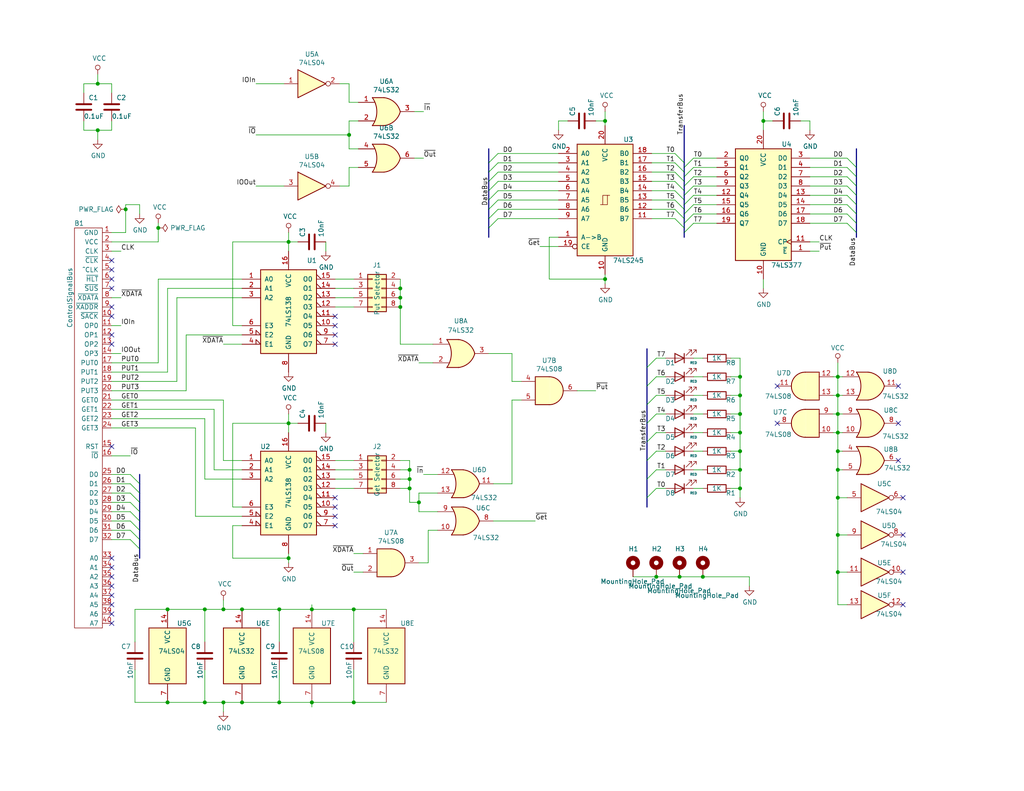
<source format=kicad_sch>
(kicad_sch (version 20231120) (generator "eeschema") (generator_version "8.0")
  (paper "USLetter")
  (title_block (title "8-Bit General Purpose Register") (date "2019-12-26") (rev "1.1") (company "finiandarcy.com"))
  (junction (at 201.93 113.03))
  (junction (at 228.6 128.27))
  (junction (at 26.67 35.56))
  (junction (at 111.76 130.81))
  (junction (at 228.6 113.03))
  (junction (at 60.96 191.77))
  (junction (at 78.74 66.04))
  (junction (at 66.04 166.37))
  (junction (at 228.6 102.87))
  (junction (at 78.74 152.4))
  (junction (at 201.93 133.35))
  (junction (at 26.67 22.86))
  (junction (at 228.6 146.05))
  (junction (at 66.04 191.77))
  (junction (at 76.2 191.77))
  (junction (at 96.52 191.77))
  (junction (at 95.25 36.83))
  (junction (at 179.07 157.48))
  (junction (at 109.22 83.82))
  (junction (at 228.6 135.89))
  (junction (at 85.09 166.37))
  (junction (at 78.74 115.57))
  (junction (at 114.3 137.16))
  (junction (at 228.6 123.19))
  (junction (at 76.2 166.37))
  (junction (at 228.6 118.11))
  (junction (at 208.28 33.02))
  (junction (at 165.1 76.2))
  (junction (at 45.72 191.77))
  (junction (at 191.77 157.48))
  (junction (at 111.76 133.35))
  (junction (at 55.88 166.37))
  (junction (at 201.93 128.27))
  (junction (at 34.29 57.15))
  (junction (at 201.93 118.11))
  (junction (at 60.96 166.37))
  (junction (at 109.22 81.28))
  (junction (at 165.1 33.02))
  (junction (at 201.93 107.95))
  (junction (at 55.88 191.77))
  (junction (at 45.72 166.37))
  (junction (at 201.93 123.19))
  (junction (at 85.09 191.77))
  (junction (at 228.6 107.95))
  (junction (at 185.42 157.48))
  (junction (at 96.52 166.37))
  (junction (at 111.76 128.27))
  (junction (at 109.22 78.74))
  (junction (at 228.6 156.21))
  (junction (at 201.93 102.87))
  (junction (at 43.18 62.23))
  (no_connect (at 212.09 105.41))
  (no_connect (at 245.11 115.57))
  (no_connect (at 30.48 83.82))
  (no_connect (at 30.48 121.92))
  (no_connect (at 30.48 86.36))
  (no_connect (at 30.48 76.2))
  (no_connect (at 91.44 135.89))
  (no_connect (at 91.44 88.9))
  (no_connect (at 245.11 105.41))
  (no_connect (at 91.44 140.97))
  (no_connect (at 30.48 91.44))
  (no_connect (at 91.44 93.98))
  (no_connect (at 30.48 154.94))
  (no_connect (at 30.48 73.66))
  (no_connect (at 91.44 91.44))
  (no_connect (at 245.11 125.73))
  (no_connect (at 246.38 135.89))
  (no_connect (at 91.44 143.51))
  (no_connect (at 246.38 146.05))
  (no_connect (at 30.48 165.1))
  (no_connect (at 30.48 162.56))
  (no_connect (at 30.48 93.98))
  (no_connect (at 30.48 160.02))
  (no_connect (at 246.38 165.1))
  (no_connect (at 30.48 170.18))
  (no_connect (at 30.48 167.64))
  (no_connect (at 30.48 71.12))
  (no_connect (at 91.44 138.43))
  (no_connect (at 246.38 156.21))
  (no_connect (at 30.48 78.74))
  (no_connect (at 30.48 152.4))
  (no_connect (at 91.44 86.36))
  (no_connect (at 212.09 115.57))
  (no_connect (at 30.48 157.48))
  (bus_entry (at 135.89 41.91) (size -2.54 2.54))
  (bus_entry (at 233.68 45.72) (size -2.54 -2.54))
  (bus_entry (at 176.53 105.41) (size 2.54 -2.54))
  (bus_entry (at 233.68 50.8) (size -2.54 -2.54))
  (bus_entry (at 135.89 54.61) (size -2.54 2.54))
  (bus_entry (at 35.56 132.08) (size 2.54 2.54))
  (bus_entry (at 186.69 45.72) (size 2.54 -2.54))
  (bus_entry (at 233.68 63.5) (size -2.54 -2.54))
  (bus_entry (at 186.69 50.8) (size 2.54 -2.54))
  (bus_entry (at 184.15 59.69) (size 2.54 2.54))
  (bus_entry (at 233.68 58.42) (size -2.54 -2.54))
  (bus_entry (at 184.15 57.15) (size 2.54 2.54))
  (bus_entry (at 35.56 144.78) (size 2.54 2.54))
  (bus_entry (at 176.53 115.57) (size 2.54 -2.54))
  (bus_entry (at 186.69 48.26) (size 2.54 -2.54))
  (bus_entry (at 186.69 58.42) (size 2.54 -2.54))
  (bus_entry (at 233.68 60.96) (size -2.54 -2.54))
  (bus_entry (at 176.53 125.73) (size 2.54 -2.54))
  (bus_entry (at 184.15 52.07) (size 2.54 2.54))
  (bus_entry (at 176.53 110.49) (size 2.54 -2.54))
  (bus_entry (at 186.69 55.88) (size 2.54 -2.54))
  (bus_entry (at 35.56 129.54) (size 2.54 2.54))
  (bus_entry (at 135.89 46.99) (size -2.54 2.54))
  (bus_entry (at 233.68 48.26) (size -2.54 -2.54))
  (bus_entry (at 35.56 147.32) (size 2.54 2.54))
  (bus_entry (at 184.15 44.45) (size 2.54 2.54))
  (bus_entry (at 35.56 134.62) (size 2.54 2.54))
  (bus_entry (at 233.68 55.88) (size -2.54 -2.54))
  (bus_entry (at 35.56 137.16) (size 2.54 2.54))
  (bus_entry (at 135.89 44.45) (size -2.54 2.54))
  (bus_entry (at 184.15 49.53) (size 2.54 2.54))
  (bus_entry (at 133.35 62.23) (size 2.54 -2.54))
  (bus_entry (at 184.15 46.99) (size 2.54 2.54))
  (bus_entry (at 186.69 63.5) (size 2.54 -2.54))
  (bus_entry (at 135.89 52.07) (size -2.54 2.54))
  (bus_entry (at 186.69 60.96) (size 2.54 -2.54))
  (bus_entry (at 184.15 54.61) (size 2.54 2.54))
  (bus_entry (at 184.15 41.91) (size 2.54 2.54))
  (bus_entry (at 186.69 53.34) (size 2.54 -2.54))
  (bus_entry (at 176.53 135.89) (size 2.54 -2.54))
  (bus_entry (at 35.56 139.7) (size 2.54 2.54))
  (bus_entry (at 135.89 49.53) (size -2.54 2.54))
  (bus_entry (at 176.53 100.33) (size 2.54 -2.54))
  (bus_entry (at 35.56 142.24) (size 2.54 2.54))
  (bus_entry (at 176.53 120.65) (size 2.54 -2.54))
  (bus_entry (at 176.53 130.81) (size 2.54 -2.54))
  (bus_entry (at 233.68 53.34) (size -2.54 -2.54))
  (bus_entry (at 133.35 59.69) (size 2.54 -2.54))
  (wire (pts (xy 36.83 175.26) (xy 36.83 166.37)))
  (wire (pts (xy 30.48 144.78) (xy 35.56 144.78)))
  (wire (pts (xy 50.8 106.68) (xy 50.8 91.44)))
  (wire (pts (xy 22.86 22.86) (xy 26.67 22.86)))
  (wire (pts (xy 63.5 138.43) (xy 66.04 138.43)))
  (bus (pts (xy 233.68 45.72) (xy 233.68 48.26)))
  (wire (pts (xy 53.34 140.97) (xy 66.04 140.97)))
  (wire (pts (xy 189.23 118.11) (xy 191.77 118.11)))
  (bus (pts (xy 176.53 120.65) (xy 176.53 125.73)))
  (wire (pts (xy 53.34 116.84) (xy 53.34 140.97)))
  (bus (pts (xy 133.35 46.99) (xy 133.35 49.53)))
  (wire (pts (xy 220.98 58.42) (xy 231.14 58.42)))
  (wire (pts (xy 135.89 59.69) (xy 152.4 59.69)))
  (wire (pts (xy 60.96 166.37) (xy 66.04 166.37)))
  (wire (pts (xy 78.74 113.03) (xy 78.74 115.57)))
  (bus (pts (xy 38.1 134.62) (xy 38.1 137.16)))
  (wire (pts (xy 189.23 128.27) (xy 191.77 128.27)))
  (wire (pts (xy 199.39 123.19) (xy 201.93 123.19)))
  (wire (pts (xy 220.98 53.34) (xy 231.14 53.34)))
  (wire (pts (xy 135.89 57.15) (xy 152.4 57.15)))
  (wire (pts (xy 135.89 49.53) (xy 152.4 49.53)))
  (wire (pts (xy 30.48 134.62) (xy 35.56 134.62)))
  (bus (pts (xy 233.68 58.42) (xy 233.68 60.96)))
  (wire (pts (xy 91.44 78.74) (xy 96.52 78.74)))
  (wire (pts (xy 179.07 102.87) (xy 181.61 102.87)))
  (bus (pts (xy 233.68 48.26) (xy 233.68 50.8)))
  (wire (pts (xy 30.48 124.46) (xy 35.56 124.46)))
  (wire (pts (xy 30.48 109.22) (xy 60.96 109.22)))
  (wire (pts (xy 30.48 68.58) (xy 33.02 68.58)))
  (wire (pts (xy 220.98 68.58) (xy 223.52 68.58)))
  (wire (pts (xy 109.22 128.27) (xy 111.76 128.27)))
  (wire (pts (xy 63.5 88.9) (xy 63.5 66.04)))
  (bus (pts (xy 186.69 50.8) (xy 186.69 52.07)))
  (wire (pts (xy 66.04 191.77) (xy 76.2 191.77)))
  (wire (pts (xy 95.25 27.94) (xy 95.25 22.86)))
  (wire (pts (xy 30.48 81.28) (xy 33.02 81.28)))
  (wire (pts (xy 96.52 191.77) (xy 105.41 191.77)))
  (bus (pts (xy 38.1 142.24) (xy 38.1 144.78)))
  (bus (pts (xy 186.69 48.26) (xy 186.69 49.53)))
  (wire (pts (xy 91.44 81.28) (xy 96.52 81.28)))
  (wire (pts (xy 179.07 128.27) (xy 181.61 128.27)))
  (wire (pts (xy 96.52 175.26) (xy 96.52 166.37)))
  (wire (pts (xy 201.93 118.11) (xy 201.93 123.19)))
  (wire (pts (xy 177.8 46.99) (xy 184.15 46.99)))
  (wire (pts (xy 228.6 102.87) (xy 228.6 107.95)))
  (bus (pts (xy 186.69 46.99) (xy 186.69 48.26)))
  (bus (pts (xy 186.69 60.96) (xy 186.69 62.23)))
  (wire (pts (xy 172.72 157.48) (xy 179.07 157.48)))
  (bus (pts (xy 133.35 62.23) (xy 133.35 64.77)))
  (bus (pts (xy 176.53 100.33) (xy 176.53 105.41)))
  (wire (pts (xy 199.39 113.03) (xy 201.93 113.03)))
  (wire (pts (xy 220.98 45.72) (xy 231.14 45.72)))
  (wire (pts (xy 30.48 99.06) (xy 43.18 99.06)))
  (bus (pts (xy 233.68 40.64) (xy 233.68 45.72)))
  (wire (pts (xy 152.4 44.45) (xy 135.89 44.45)))
  (wire (pts (xy 220.98 60.96) (xy 231.14 60.96)))
  (wire (pts (xy 30.48 63.5) (xy 34.29 63.5)))
  (wire (pts (xy 189.23 102.87) (xy 191.77 102.87)))
  (wire (pts (xy 152.4 33.02) (xy 154.94 33.02)))
  (wire (pts (xy 60.96 191.77) (xy 66.04 191.77)))
  (wire (pts (xy 220.98 35.56) (xy 220.98 33.02)))
  (bus (pts (xy 133.35 54.61) (xy 133.35 57.15)))
  (wire (pts (xy 30.48 139.7) (xy 35.56 139.7)))
  (bus (pts (xy 176.53 130.81) (xy 176.53 135.89)))
  (wire (pts (xy 111.76 125.73) (xy 109.22 125.73)))
  (wire (pts (xy 95.25 36.83) (xy 69.85 36.83)))
  (wire (pts (xy 30.48 147.32) (xy 35.56 147.32)))
  (wire (pts (xy 114.3 134.62) (xy 119.38 134.62)))
  (wire (pts (xy 189.23 48.26) (xy 195.58 48.26)))
  (wire (pts (xy 189.23 53.34) (xy 195.58 53.34)))
  (wire (pts (xy 109.22 83.82) (xy 109.22 93.98)))
  (wire (pts (xy 189.23 58.42) (xy 195.58 58.42)))
  (bus (pts (xy 186.69 58.42) (xy 186.69 59.69)))
  (wire (pts (xy 118.11 93.98) (xy 109.22 93.98)))
  (wire (pts (xy 201.93 97.79) (xy 201.93 102.87)))
  (wire (pts (xy 111.76 128.27) (xy 111.76 125.73)))
  (wire (pts (xy 179.07 118.11) (xy 181.61 118.11)))
  (wire (pts (xy 78.74 66.04) (xy 81.28 66.04)))
  (bus (pts (xy 176.53 125.73) (xy 176.53 130.81)))
  (wire (pts (xy 220.98 43.18) (xy 231.14 43.18)))
  (wire (pts (xy 48.26 81.28) (xy 66.04 81.28)))
  (wire (pts (xy 199.39 97.79) (xy 201.93 97.79)))
  (wire (pts (xy 34.29 57.15) (xy 34.29 55.88)))
  (wire (pts (xy 96.52 166.37) (xy 105.41 166.37)))
  (wire (pts (xy 189.23 133.35) (xy 191.77 133.35)))
  (wire (pts (xy 95.25 33.02) (xy 95.25 36.83)))
  (wire (pts (xy 113.03 30.48) (xy 115.57 30.48)))
  (wire (pts (xy 30.48 132.08) (xy 35.56 132.08)))
  (wire (pts (xy 229.87 113.03) (xy 228.6 113.03)))
  (wire (pts (xy 45.72 78.74) (xy 66.04 78.74)))
  (wire (pts (xy 30.48 137.16) (xy 35.56 137.16)))
  (bus (pts (xy 38.1 139.7) (xy 38.1 142.24)))
  (bus (pts (xy 186.69 62.23) (xy 186.69 63.5)))
  (wire (pts (xy 149.86 76.2) (xy 165.1 76.2)))
  (bus (pts (xy 38.1 137.16) (xy 38.1 139.7)))
  (bus (pts (xy 133.35 44.45) (xy 133.35 46.99)))
  (wire (pts (xy 99.06 156.21) (xy 96.52 156.21)))
  (wire (pts (xy 38.1 55.88) (xy 38.1 58.42)))
  (wire (pts (xy 228.6 135.89) (xy 228.6 146.05)))
  (wire (pts (xy 111.76 130.81) (xy 111.76 128.27)))
  (wire (pts (xy 231.14 156.21) (xy 228.6 156.21)))
  (wire (pts (xy 30.48 104.14) (xy 48.26 104.14)))
  (wire (pts (xy 204.47 157.48) (xy 204.47 160.02)))
  (wire (pts (xy 91.44 133.35) (xy 96.52 133.35)))
  (wire (pts (xy 85.09 166.37) (xy 85.09 165.1)))
  (wire (pts (xy 91.44 83.82) (xy 96.52 83.82)))
  (wire (pts (xy 179.07 113.03) (xy 181.61 113.03)))
  (wire (pts (xy 55.88 130.81) (xy 66.04 130.81)))
  (wire (pts (xy 115.57 129.54) (xy 119.38 129.54)))
  (bus (pts (xy 186.69 54.61) (xy 186.69 55.88)))
  (wire (pts (xy 189.23 123.19) (xy 191.77 123.19)))
  (wire (pts (xy 208.28 76.2) (xy 208.28 78.74)))
  (bus (pts (xy 176.53 135.89) (xy 176.53 138.43)))
  (wire (pts (xy 147.32 67.31) (xy 152.4 67.31)))
  (wire (pts (xy 179.07 107.95) (xy 181.61 107.95)))
  (bus (pts (xy 133.35 59.69) (xy 133.35 62.23)))
  (wire (pts (xy 30.48 96.52) (xy 33.02 96.52)))
  (wire (pts (xy 113.03 43.18) (xy 115.57 43.18)))
  (bus (pts (xy 38.1 147.32) (xy 38.1 149.86)))
  (wire (pts (xy 199.39 118.11) (xy 201.93 118.11)))
  (wire (pts (xy 26.67 22.86) (xy 30.48 22.86)))
  (wire (pts (xy 95.25 45.72) (xy 95.25 50.8)))
  (wire (pts (xy 228.6 123.19) (xy 228.6 128.27)))
  (wire (pts (xy 60.96 109.22) (xy 60.96 125.73)))
  (wire (pts (xy 229.87 118.11) (xy 228.6 118.11)))
  (wire (pts (xy 26.67 35.56) (xy 30.48 35.56)))
  (wire (pts (xy 208.28 33.02) (xy 208.28 35.56)))
  (wire (pts (xy 30.48 129.54) (xy 35.56 129.54)))
  (wire (pts (xy 66.04 166.37) (xy 76.2 166.37)))
  (wire (pts (xy 228.6 128.27) (xy 229.87 128.27)))
  (wire (pts (xy 43.18 62.23) (xy 43.18 60.96)))
  (wire (pts (xy 231.14 135.89) (xy 228.6 135.89)))
  (wire (pts (xy 189.23 60.96) (xy 195.58 60.96)))
  (wire (pts (xy 63.5 138.43) (xy 63.5 115.57)))
  (wire (pts (xy 30.48 22.86) (xy 30.48 25.4)))
  (wire (pts (xy 60.96 125.73) (xy 66.04 125.73)))
  (wire (pts (xy 58.42 128.27) (xy 66.04 128.27)))
  (wire (pts (xy 116.84 144.78) (xy 119.38 144.78)))
  (wire (pts (xy 228.6 156.21) (xy 228.6 165.1)))
  (wire (pts (xy 55.88 182.88) (xy 55.88 191.77)))
  (wire (pts (xy 201.93 102.87) (xy 201.93 107.95)))
  (bus (pts (xy 186.69 49.53) (xy 186.69 50.8)))
  (wire (pts (xy 30.48 114.3) (xy 55.88 114.3)))
  (wire (pts (xy 36.83 182.88) (xy 36.83 191.77)))
  (wire (pts (xy 69.85 22.86) (xy 77.47 22.86)))
  (wire (pts (xy 99.06 151.13) (xy 96.52 151.13)))
  (wire (pts (xy 228.6 118.11) (xy 228.6 123.19)))
  (wire (pts (xy 199.39 107.95) (xy 201.93 107.95)))
  (bus (pts (xy 38.1 144.78) (xy 38.1 147.32)))
  (wire (pts (xy 152.4 64.77) (xy 149.86 64.77)))
  (bus (pts (xy 186.69 45.72) (xy 186.69 46.99)))
  (wire (pts (xy 231.14 146.05) (xy 228.6 146.05)))
  (wire (pts (xy 165.1 74.93) (xy 165.1 76.2)))
  (bus (pts (xy 186.69 59.69) (xy 186.69 60.96)))
  (wire (pts (xy 97.79 33.02) (xy 95.25 33.02)))
  (wire (pts (xy 114.3 153.67) (xy 116.84 153.67)))
  (wire (pts (xy 63.5 152.4) (xy 78.74 152.4)))
  (wire (pts (xy 152.4 41.91) (xy 135.89 41.91)))
  (bus (pts (xy 133.35 52.07) (xy 133.35 54.61)))
  (wire (pts (xy 43.18 66.04) (xy 43.18 62.23)))
  (wire (pts (xy 63.5 143.51) (xy 63.5 152.4)))
  (wire (pts (xy 228.6 107.95) (xy 228.6 113.03)))
  (wire (pts (xy 139.7 109.22) (xy 142.24 109.22)))
  (wire (pts (xy 43.18 76.2) (xy 66.04 76.2)))
  (wire (pts (xy 149.86 64.77) (xy 149.86 76.2)))
  (wire (pts (xy 165.1 33.02) (xy 165.1 34.29)))
  (wire (pts (xy 189.23 107.95) (xy 191.77 107.95)))
  (wire (pts (xy 111.76 137.16) (xy 111.76 133.35)))
  (wire (pts (xy 109.22 81.28) (xy 109.22 83.82)))
  (bus (pts (xy 176.53 110.49) (xy 176.53 115.57)))
  (wire (pts (xy 30.48 106.68) (xy 50.8 106.68)))
  (bus (pts (xy 233.68 53.34) (xy 233.68 55.88)))
  (wire (pts (xy 118.11 99.06) (xy 114.3 99.06)))
  (wire (pts (xy 208.28 30.48) (xy 208.28 33.02)))
  (wire (pts (xy 95.25 40.64) (xy 97.79 40.64)))
  (wire (pts (xy 201.93 107.95) (xy 201.93 113.03)))
  (wire (pts (xy 78.74 152.4) (xy 78.74 153.67)))
  (wire (pts (xy 95.25 22.86) (xy 92.71 22.86)))
  (wire (pts (xy 22.86 33.02) (xy 22.86 35.56)))
  (wire (pts (xy 96.52 182.88) (xy 96.52 191.77)))
  (wire (pts (xy 162.56 33.02) (xy 165.1 33.02)))
  (wire (pts (xy 109.22 76.2) (xy 109.22 78.74)))
  (wire (pts (xy 165.1 76.2) (xy 165.1 77.47)))
  (wire (pts (xy 77.47 50.8) (xy 69.85 50.8)))
  (wire (pts (xy 116.84 153.67) (xy 116.84 144.78)))
  (bus (pts (xy 186.69 57.15) (xy 186.69 58.42)))
  (wire (pts (xy 220.98 48.26) (xy 231.14 48.26)))
  (wire (pts (xy 139.7 96.52) (xy 133.35 96.52)))
  (wire (pts (xy 227.33 118.11) (xy 228.6 118.11)))
  (wire (pts (xy 135.89 52.07) (xy 152.4 52.07)))
  (wire (pts (xy 30.48 111.76) (xy 58.42 111.76)))
  (wire (pts (xy 201.93 133.35) (xy 201.93 135.89)))
  (wire (pts (xy 199.39 128.27) (xy 201.93 128.27)))
  (wire (pts (xy 228.6 99.06) (xy 228.6 102.87)))
  (bus (pts (xy 133.35 57.15) (xy 133.35 59.69)))
  (bus (pts (xy 233.68 63.5) (xy 233.68 64.77)))
  (wire (pts (xy 152.4 35.56) (xy 152.4 33.02)))
  (wire (pts (xy 135.89 54.61) (xy 152.4 54.61)))
  (wire (pts (xy 199.39 133.35) (xy 201.93 133.35)))
  (wire (pts (xy 48.26 81.28) (xy 48.26 104.14)))
  (wire (pts (xy 195.58 55.88) (xy 189.23 55.88)))
  (wire (pts (xy 199.39 102.87) (xy 201.93 102.87)))
  (wire (pts (xy 177.8 44.45) (xy 184.15 44.45)))
  (wire (pts (xy 157.48 106.68) (xy 162.56 106.68)))
  (bus (pts (xy 186.69 34.29) (xy 186.69 44.45)))
  (wire (pts (xy 201.93 128.27) (xy 201.93 133.35)))
  (bus (pts (xy 176.53 105.41) (xy 176.53 110.49)))
  (wire (pts (xy 76.2 166.37) (xy 85.09 166.37)))
  (wire (pts (xy 111.76 137.16) (xy 114.3 137.16)))
  (wire (pts (xy 229.87 123.19) (xy 228.6 123.19)))
  (wire (pts (xy 165.1 30.48) (xy 165.1 33.02)))
  (wire (pts (xy 95.25 36.83) (xy 95.25 40.64)))
  (wire (pts (xy 177.8 52.07) (xy 184.15 52.07)))
  (wire (pts (xy 97.79 45.72) (xy 95.25 45.72)))
  (wire (pts (xy 109.22 133.35) (xy 111.76 133.35)))
  (bus (pts (xy 186.69 53.34) (xy 186.69 54.61)))
  (wire (pts (xy 78.74 115.57) (xy 78.74 118.11)))
  (wire (pts (xy 208.28 33.02) (xy 210.82 33.02)))
  (wire (pts (xy 22.86 35.56) (xy 26.67 35.56)))
  (wire (pts (xy 95.25 50.8) (xy 92.71 50.8)))
  (wire (pts (xy 191.77 157.48) (xy 204.47 157.48)))
  (wire (pts (xy 185.42 157.48) (xy 191.77 157.48)))
  (wire (pts (xy 85.09 191.77) (xy 85.09 193.04)))
  (wire (pts (xy 139.7 132.08) (xy 139.7 109.22)))
  (wire (pts (xy 26.67 35.56) (xy 26.67 38.1)))
  (bus (pts (xy 176.53 115.57) (xy 176.53 120.65)))
  (wire (pts (xy 91.44 76.2) (xy 96.52 76.2)))
  (wire (pts (xy 177.8 41.91) (xy 184.15 41.91)))
  (bus (pts (xy 176.53 95.25) (xy 176.53 100.33)))
  (wire (pts (xy 88.9 66.04) (xy 88.9 68.58)))
  (wire (pts (xy 55.88 114.3) (xy 55.88 130.81)))
  (bus (pts (xy 186.69 55.88) (xy 186.69 57.15)))
  (bus (pts (xy 233.68 50.8) (xy 233.68 53.34)))
  (wire (pts (xy 30.48 101.6) (xy 45.72 101.6)))
  (wire (pts (xy 220.98 55.88) (xy 231.14 55.88)))
  (wire (pts (xy 111.76 133.35) (xy 111.76 130.81)))
  (wire (pts (xy 189.23 97.79) (xy 191.77 97.79)))
  (wire (pts (xy 85.09 191.77) (xy 96.52 191.77)))
  (wire (pts (xy 91.44 125.73) (xy 96.52 125.73)))
  (wire (pts (xy 36.83 191.77) (xy 45.72 191.77)))
  (wire (pts (xy 60.96 191.77) (xy 60.96 194.31)))
  (wire (pts (xy 109.22 78.74) (xy 109.22 81.28)))
  (bus (pts (xy 186.69 44.45) (xy 186.69 45.72)))
  (wire (pts (xy 63.5 143.51) (xy 66.04 143.51)))
  (wire (pts (xy 229.87 107.95) (xy 228.6 107.95)))
  (bus (pts (xy 133.35 40.64) (xy 133.35 44.45)))
  (wire (pts (xy 97.79 27.94) (xy 95.25 27.94)))
  (bus (pts (xy 233.68 60.96) (xy 233.68 63.5)))
  (bus (pts (xy 38.1 149.86) (xy 38.1 152.4)))
  (wire (pts (xy 78.74 115.57) (xy 81.28 115.57)))
  (wire (pts (xy 201.93 113.03) (xy 201.93 118.11)))
  (bus (pts (xy 133.35 49.53) (xy 133.35 52.07)))
  (wire (pts (xy 76.2 175.26) (xy 76.2 166.37)))
  (wire (pts (xy 220.98 50.8) (xy 231.14 50.8)))
  (wire (pts (xy 76.2 182.88) (xy 76.2 191.77)))
  (wire (pts (xy 30.48 88.9) (xy 33.02 88.9)))
  (wire (pts (xy 45.72 191.77) (xy 55.88 191.77)))
  (wire (pts (xy 58.42 111.76) (xy 58.42 128.27)))
  (wire (pts (xy 228.6 128.27) (xy 228.6 135.89)))
  (wire (pts (xy 78.74 63.5) (xy 78.74 66.04)))
  (wire (pts (xy 223.52 66.04) (xy 220.98 66.04)))
  (wire (pts (xy 22.86 22.86) (xy 22.86 25.4)))
  (wire (pts (xy 26.67 22.86) (xy 26.67 20.32)))
  (bus (pts (xy 38.1 132.08) (xy 38.1 134.62)))
  (wire (pts (xy 30.48 142.24) (xy 35.56 142.24)))
  (wire (pts (xy 201.93 123.19) (xy 201.93 128.27)))
  (wire (pts (xy 227.33 102.87) (xy 228.6 102.87)))
  (wire (pts (xy 76.2 191.77) (xy 85.09 191.77)))
  (wire (pts (xy 43.18 76.2) (xy 43.18 99.06)))
  (wire (pts (xy 55.88 175.26) (xy 55.88 166.37)))
  (wire (pts (xy 177.8 49.53) (xy 184.15 49.53)))
  (wire (pts (xy 34.29 55.88) (xy 38.1 55.88)))
  (wire (pts (xy 179.07 123.19) (xy 181.61 123.19)))
  (wire (pts (xy 189.23 113.03) (xy 191.77 113.03)))
  (wire (pts (xy 179.07 97.79) (xy 181.61 97.79)))
  (wire (pts (xy 63.5 115.57) (xy 78.74 115.57)))
  (wire (pts (xy 88.9 115.57) (xy 88.9 118.11)))
  (wire (pts (xy 63.5 66.04) (xy 78.74 66.04)))
  (wire (pts (xy 78.74 68.58) (xy 78.74 66.04)))
  (wire (pts (xy 177.8 59.69) (xy 184.15 59.69)))
  (wire (pts (xy 179.07 133.35) (xy 181.61 133.35)))
  (wire (pts (xy 195.58 45.72) (xy 189.23 45.72)))
  (wire (pts (xy 55.88 191.77) (xy 60.96 191.77)))
  (wire (pts (xy 50.8 91.44) (xy 66.04 91.44)))
  (wire (pts (xy 228.6 146.05) (xy 228.6 156.21)))
  (wire (pts (xy 66.04 93.98) (xy 60.96 93.98)))
  (wire (pts (xy 227.33 107.95) (xy 228.6 107.95)))
  (wire (pts (xy 134.62 132.08) (xy 139.7 132.08)))
  (wire (pts (xy 114.3 139.7) (xy 114.3 137.16)))
  (wire (pts (xy 78.74 151.13) (xy 78.74 152.4)))
  (bus (pts (xy 38.1 129.54) (xy 38.1 132.08)))
  (bus (pts (xy 186.69 52.07) (xy 186.69 53.34)))
  (wire (pts (xy 177.8 54.61) (xy 184.15 54.61)))
  (wire (pts (xy 228.6 113.03) (xy 228.6 118.11)))
  (wire (pts (xy 195.58 50.8) (xy 189.23 50.8)))
  (wire (pts (xy 114.3 139.7) (xy 119.38 139.7)))
  (wire (pts (xy 45.72 166.37) (xy 55.88 166.37)))
  (wire (pts (xy 177.8 57.15) (xy 184.15 57.15)))
  (bus (pts (xy 186.69 63.5) (xy 186.69 64.77)))
  (wire (pts (xy 30.48 35.56) (xy 30.48 33.02)))
  (wire (pts (xy 114.3 134.62) (xy 114.3 137.16)))
  (wire (pts (xy 134.62 142.24) (xy 146.05 142.24)))
  (wire (pts (xy 66.04 88.9) (xy 63.5 88.9)))
  (wire (pts (xy 91.44 128.27) (xy 96.52 128.27)))
  (wire (pts (xy 189.23 43.18) (xy 195.58 43.18)))
  (wire (pts (xy 91.44 130.81) (xy 96.52 130.81)))
  (wire (pts (xy 227.33 113.03) (xy 228.6 113.03)))
  (wire (pts (xy 109.22 130.81) (xy 111.76 130.81)))
  (wire (pts (xy 229.87 102.87) (xy 228.6 102.87)))
  (wire (pts (xy 55.88 166.37) (xy 60.96 166.37)))
  (bus (pts (xy 233.68 55.88) (xy 233.68 58.42)))
  (wire (pts (xy 220.98 33.02) (xy 218.44 33.02)))
  (wire (pts (xy 34.29 63.5) (xy 34.29 57.15)))
  (wire (pts (xy 36.83 166.37) (xy 45.72 166.37)))
  (wire (pts (xy 30.48 66.04) (xy 43.18 66.04)))
  (wire (pts (xy 45.72 78.74) (xy 45.72 101.6)))
  (wire (pts (xy 30.48 116.84) (xy 53.34 116.84)))
  (wire (pts (xy 231.14 165.1) (xy 228.6 165.1)))
  (wire (pts (xy 139.7 104.14) (xy 139.7 96.52)))
  (wire (pts (xy 135.89 46.99) (xy 152.4 46.99)))
  (wire (pts (xy 139.7 104.14) (xy 142.24 104.14)))
  (wire (pts (xy 85.09 166.37) (xy 96.52 166.37)))
  (wire (pts (xy 179.07 157.48) (xy 185.42 157.48)))
  (wire (pts (xy 60.96 163.83) (xy 60.96 166.37)))
  (label "T0" (at 189.23 43.18 0))
  (label "D2" (at 137.16 46.99 0))
  (label "~{XDATA}" (at 96.52 151.13 180))
  (label "D6" (at 34.29 144.78 180))
  (label "TransferBus" (at 176.53 123.19 90))
  (label "D4" (at 227.33 53.34 0))
  (label "T1" (at 181.61 128.27 180))
  (label "D2" (at 34.29 134.62 180))
  (label "D5" (at 137.16 54.61 0))
  (label "D7" (at 34.29 147.32 180))
  (label "D1" (at 227.33 45.72 0))
  (label "T4" (at 184.15 52.07 180))
  (label "IOOut" (at 69.85 50.8 180))
  (label "T3" (at 184.15 49.53 180))
  (label "T6" (at 189.23 58.42 0))
  (label "T2" (at 189.23 48.26 0))
  (label "CLK" (at 223.52 66.04 0))
  (label "~{In}" (at 115.57 30.48 0))
  (label "GET3" (at 33.02 116.84 0))
  (label "T7" (at 184.15 59.69 180))
  (label "PUT3" (at 33.02 106.68 0))
  (label "T5" (at 189.23 55.88 0))
  (label "TransferBus" (at 186.69 36.83 90))
  (label "~{In}" (at 115.57 129.54 180))
  (label "D4" (at 137.16 52.07 0))
  (label "T3" (at 189.23 50.8 0))
  (label "IOIn" (at 69.85 22.86 180))
  (label "D1" (at 137.16 44.45 0))
  (label "~{XDATA}" (at 114.3 99.06 180))
  (label "GET0" (at 33.02 109.22 0))
  (label "T7" (at 189.23 60.96 0))
  (label "DataBus" (at 233.68 64.77 270))
  (label "T7" (at 181.61 97.79 180))
  (label "T1" (at 189.23 45.72 0))
  (label "D5" (at 34.29 142.24 180))
  (label "D0" (at 227.33 43.18 0))
  (label "PUT1" (at 33.02 101.6 0))
  (label "~{Get}" (at 146.05 142.24 0))
  (label "~{XDATA}" (at 60.96 93.98 180))
  (label "T0" (at 184.15 41.91 180))
  (label "T6" (at 181.61 102.87 180))
  (label "T1" (at 184.15 44.45 180))
  (label "T2" (at 181.61 123.19 180))
  (label "GET2" (at 33.02 114.3 0))
  (label "T3" (at 181.61 118.11 180))
  (label "D1" (at 34.29 132.08 180))
  (label "D0" (at 34.29 129.54 180))
  (label "~{Out}" (at 96.52 156.21 180))
  (label "IOOut" (at 33.02 96.52 0))
  (label "~{Put}" (at 223.52 68.58 0))
  (label "~{Get}" (at 147.32 67.31 180))
  (label "T4" (at 181.61 113.03 180))
  (label "D7" (at 137.16 59.69 0))
  (label "D3" (at 34.29 137.16 180))
  (label "DataBus" (at 38.1 151.13 270))
  (label "D6" (at 227.33 58.42 0))
  (label "~{Out}" (at 115.57 43.18 0))
  (label "D6" (at 137.16 57.15 0))
  (label "D0" (at 137.16 41.91 0))
  (label "D7" (at 227.33 60.96 0))
  (label "~{Put}" (at 162.56 106.68 0))
  (label "T5" (at 181.61 107.95 180))
  (label "D3" (at 227.33 50.8 0))
  (label "IOIn" (at 33.02 88.9 0))
  (label "PUT2" (at 33.02 104.14 0))
  (label "~{IO}" (at 35.56 124.46 0))
  (label "D3" (at 137.16 49.53 0))
  (label "PUT0" (at 33.02 99.06 0))
  (label "~{IO}" (at 69.85 36.83 180))
  (label "~{XDATA}" (at 33.02 81.28 0))
  (label "T4" (at 189.23 53.34 0))
  (label "GET1" (at 33.02 111.76 0))
  (label "D4" (at 34.29 139.7 180))
  (label "T5" (at 184.15 54.61 180))
  (label "D2" (at 227.33 48.26 0))
  (label "T0" (at 181.61 133.35 180))
  (label "CLK" (at 33.02 68.58 0))
  (label "T2" (at 184.15 46.99 180))
  (label "DataBus" (at 133.35 48.26 270))
  (label "T6" (at 184.15 57.15 180))
  (label "D5" (at 227.33 55.88 0))
  (symbol (lib_id "74xx:74LS245") (at 165.1 54.61 0) (unit 1)
    (property "Reference" "U3" (at 171.45 38.1 0))
    (property "Value" "74LS245" (at 171.45 71.12 0))
    (property "Footprint" "Package_DIP:DIP-20_W7.62mm_Socket" (effects (hide yes)))
    (property "Datasheet" "http://www.ti.com/lit/gpn/sn74LS245" (effects (hide yes)))
  )
  (symbol (lib_id "8bit-register-rescue:VCC-power") (at 165.1 30.48 0) (unit 1)
    (property "Reference" "#PWR0101" (effects (hide yes)))
    (property "Value" "VCC" (at 165.5572 26.0858 0))
  )
  (symbol (lib_id "8bit-register-rescue:VCC-power") (at 208.28 30.48 0) (unit 1)
    (property "Reference" "#PWR0102" (effects (hide yes)))
    (property "Value" "VCC" (at 208.7372 26.0858 0))
  )
  (symbol (lib_id "8bit-register-rescue:GND-power") (at 165.1 77.47 0) (unit 1)
    (property "Reference" "#PWR0103" (effects (hide yes)))
    (property "Value" "GND" (at 165.227 81.8642 0))
  )
  (symbol (lib_id "8bit-register-rescue:GND-power") (at 208.28 78.74 0) (unit 1)
    (property "Reference" "#PWR0104" (effects (hide yes)))
    (property "Value" "GND" (at 208.407 83.1342 0))
  )
  (symbol (lib_id "8bit-register-rescue:VCC-power") (at 26.67 20.32 0) (unit 1)
    (property "Reference" "#PWR0107" (effects (hide yes)))
    (property "Value" "VCC" (at 27.1018 15.9258 0))
  )
  (symbol (lib_id "8bit-register-rescue:GND-power") (at 26.67 38.1 0) (unit 1)
    (property "Reference" "#PWR0108" (effects (hide yes)))
    (property "Value" "GND" (at 26.797 42.4942 0))
  )
  (symbol (lib_id "Device:C") (at 22.86 29.21 0) (unit 1)
    (property "Reference" "C1" (at 24.13 26.67 0) (effects (justify left)))
    (property "Value" "0.1uF" (at 22.86 31.75 0) (effects (justify left)))
    (property "Footprint" "Capacitor_THT:C_Disc_D5.0mm_W2.5mm_P5.00mm" (effects (hide yes)))
  )
  (symbol (lib_id "Device:C") (at 30.48 29.21 0) (unit 1)
    (property "Reference" "C2" (at 31.75 26.67 0) (effects (justify left)))
    (property "Value" "0.1uF" (at 30.48 31.75 0) (effects (justify left)))
    (property "Footprint" "Capacitor_THT:C_Disc_D5.0mm_W2.5mm_P5.00mm" (effects (hide yes)))
  )
  (symbol (lib_id "74xx:74LS377") (at 208.28 55.88 0) (mirror y) (unit 1)
    (property "Reference" "U4" (at 214.63 39.37 0))
    (property "Value" "74LS377" (at 214.63 72.39 0))
    (property "Footprint" "Package_DIP:DIP-20_W7.62mm_Socket" (effects (hide yes)))
    (property "Datasheet" "http://www.ti.com/lit/gpn/sn74LS377" (effects (hide yes)))
  )
  (symbol (lib_id "8bit-register-rescue:GND-power") (at 38.1 58.42 0) (unit 1)
    (property "Reference" "#PWR0110" (effects (hide yes)))
    (property "Value" "GND" (at 38.227 62.8142 0))
  )
  (symbol (lib_id "8bit-register-rescue:VCC-power") (at 43.18 60.96 0) (unit 1)
    (property "Reference" "#PWR0112" (effects (hide yes)))
    (property "Value" "VCC" (at 43.6118 56.5658 0))
  )
  (symbol (lib_id "8bit-register-rescue:PWR_FLAG-power") (at 34.29 57.15 90) (mirror x) (unit 1)
    (property "Reference" "#FLG0101" (effects (hide yes)))
    (property "Value" "PWR_FLAG" (at 31.0388 57.15 90) (effects (justify left)))
  )
  (symbol (lib_id "8bit-register-rescue:PWR_FLAG-power") (at 43.18 62.23 270) (unit 1)
    (property "Reference" "#FLG0102" (effects (hide yes)))
    (property "Value" "PWR_FLAG" (at 46.4312 62.23 90) (effects (justify left)))
  )
  (symbol (lib_id "8bit-register-rescue:GND-power") (at 78.74 101.6 0) (unit 1)
    (property "Reference" "#PWR0106" (effects (hide yes)))
    (property "Value" "GND" (at 78.867 105.9942 0))
  )
  (symbol (lib_id "8bit-register-rescue:GND-power") (at 220.98 35.56 0) (unit 1)
    (property "Reference" "#PWR0114" (effects (hide yes)))
    (property "Value" "GND" (at 221.107 39.9542 0))
  )
  (symbol (lib_id "8bit-register-rescue:GND-power") (at 152.4 35.56 0) (unit 1)
    (property "Reference" "#PWR0115" (effects (hide yes)))
    (property "Value" "GND" (at 152.527 39.9542 0))
  )
  (symbol (lib_id "Device:C") (at 214.63 33.02 90) (unit 1)
    (property "Reference" "C6" (at 212.09 31.75 0) (effects (justify left)))
    (property "Value" "10nF" (at 217.17 31.75 0) (effects (justify left)))
    (property "Footprint" "Capacitor_THT:C_Disc_D5.0mm_W2.5mm_P5.00mm" (effects (hide yes)))
  )
  (symbol (lib_id "Device:C") (at 158.75 33.02 90) (unit 1)
    (property "Reference" "C5" (at 156.21 31.75 0) (effects (justify left)))
    (property "Value" "10nF" (at 161.29 31.75 0) (effects (justify left)))
    (property "Footprint" "Capacitor_THT:C_Disc_D5.0mm_W2.5mm_P5.00mm" (effects (hide yes)))
  )
  (symbol (lib_id "74xx:74LS138") (at 78.74 83.82 0) (unit 1)
    (property "Reference" "U1" (at 85.09 71.12 0))
    (property "Value" "74LS138" (at 78.74 85.09 90))
    (property "Footprint" "Package_DIP:DIP-16_W7.62mm_Socket" (effects (hide yes)))
    (property "Datasheet" "http://www.ti.com/lit/gpn/sn74LS138" (effects (hide yes)))
  )
  (symbol (lib_id "Mechanical:MountingHole_Pad") (at 179.07 154.94 0) (unit 1)
    (property "Reference" "H2" (at 177.8 149.86 0) (effects (justify left)))
    (property "Value" "MountingHole_Pad" (at 171.45 160.02 0) (effects (justify left)))
    (property "Footprint" "MountingHole:MountingHole_3.2mm_M3_Pad" (effects (hide yes)))
  )
  (symbol (lib_id "Mechanical:MountingHole_Pad") (at 172.72 154.94 0) (unit 1)
    (property "Reference" "H1" (at 171.45 149.86 0) (effects (justify left)))
    (property "Value" "MountingHole_Pad" (at 163.83 158.75 0) (effects (justify left)))
    (property "Footprint" "MountingHole:MountingHole_3.2mm_M3_Pad" (effects (hide yes)))
  )
  (symbol (lib_id "Mechanical:MountingHole_Pad") (at 185.42 154.94 0) (unit 1)
    (property "Reference" "H3" (at 184.15 149.86 0) (effects (justify left)))
    (property "Value" "MountingHole_Pad" (at 176.53 161.29 0) (effects (justify left)))
    (property "Footprint" "MountingHole:MountingHole_3.2mm_M3_Pad" (effects (hide yes)))
  )
  (symbol (lib_id "Mechanical:MountingHole_Pad") (at 191.77 154.94 0) (unit 1)
    (property "Reference" "H4" (at 190.5 149.86 0) (effects (justify left)))
    (property "Value" "MountingHole_Pad" (at 184.15 162.56 0) (effects (justify left)))
    (property "Footprint" "MountingHole:MountingHole_3.2mm_M3_Pad" (effects (hide yes)))
  )
  (symbol (lib_id "8bit-register-rescue:GND-power") (at 204.47 160.02 0) (unit 1)
    (property "Reference" "#PWR07" (effects (hide yes)))
    (property "Value" "GND" (at 204.597 164.4142 0))
  )
  (symbol (lib_id "8bit-register-rescue:VCC-power") (at 78.74 63.5 0) (unit 1)
    (property "Reference" "#PWR01" (effects (hide yes)))
    (property "Value" "VCC" (at 79.1718 59.1058 0))
  )
  (symbol (lib_id "Connector_Generic:Conn_02x04_Odd_Even") (at 101.6 78.74 0) (unit 1)
    (property "Reference" "J1" (at 102.87 72.39 0))
    (property "Value" "Put Selector" (at 102.87 80.01 90))
    (property "Footprint" "Connector_PinHeader_2.54mm:PinHeader_2x04_P2.54mm_Vertical" (effects (hide yes)))
  )
  (symbol (lib_id "8bit-register-rescue:ControlSignalBus-8bit") (at 24.13 88.9 0) (unit 1)
    (property "Reference" "B1" (at 21.59 60.96 0))
    (property "Value" "ControlSignalBus" (at 19.05 81.28 90))
    (property "Footprint" "8bit:PinHeader_2x20_P2.54mm_Horizontal_Flipped" (effects (hide yes)))
  )
  (symbol (lib_id "8bit-register-rescue:GND-power") (at 201.93 135.89 0) (unit 1)
    (property "Reference" "#PWR06" (effects (hide yes)))
    (property "Value" "GND" (at 202.057 140.2842 0))
  )
  (symbol (lib_id "8bit-register-rescue:GND-power") (at 78.74 153.67 0) (unit 1)
    (property "Reference" "#PWR03" (effects (hide yes)))
    (property "Value" "GND" (at 78.867 158.0642 0))
  )
  (symbol (lib_id "74xx:74LS138") (at 78.74 133.35 0) (unit 1)
    (property "Reference" "U2" (at 72.39 121.92 0))
    (property "Value" "74LS138" (at 78.74 134.62 90))
    (property "Footprint" "Package_DIP:DIP-16_W7.62mm_Socket" (effects (hide yes)))
    (property "Datasheet" "http://www.ti.com/lit/gpn/sn74LS138" (effects (hide yes)))
  )
  (symbol (lib_id "8bit-register-rescue:VCC-power") (at 78.74 113.03 0) (unit 1)
    (property "Reference" "#PWR02" (effects (hide yes)))
    (property "Value" "VCC" (at 79.1718 108.6358 0))
  )
  (symbol (lib_id "Connector_Generic:Conn_02x04_Odd_Even") (at 101.6 128.27 0) (unit 1)
    (property "Reference" "J2" (at 102.87 121.92 0))
    (property "Value" "Get Selector" (at 102.87 129.54 90))
    (property "Footprint" "Connector_PinHeader_2.54mm:PinHeader_2x04_P2.54mm_Vertical" (effects (hide yes)))
  )
  (symbol (lib_id "Device:LED") (at 185.42 102.87 180) (unit 1)
    (property "Reference" "D2" (at 182.88 104.14 0))
    (property "Value" "RED" (at 189.23 104.14 0) (effects (font (size 0.635 0.635))))
    (property "Footprint" "LED_THT:LED_D5.0mm" (effects (hide yes)))
  )
  (symbol (lib_id "Device:LED") (at 185.42 107.95 180) (unit 1)
    (property "Reference" "D3" (at 182.88 109.22 0))
    (property "Value" "RED" (at 189.23 109.22 0) (effects (font (size 0.635 0.635))))
    (property "Footprint" "LED_THT:LED_D5.0mm" (effects (hide yes)))
  )
  (symbol (lib_id "Device:LED") (at 185.42 113.03 180) (unit 1)
    (property "Reference" "D4" (at 182.88 114.3 0))
    (property "Value" "RED" (at 189.23 114.3 0) (effects (font (size 0.635 0.635))))
    (property "Footprint" "LED_THT:LED_D5.0mm" (effects (hide yes)))
  )
  (symbol (lib_id "Device:LED") (at 185.42 118.11 180) (unit 1)
    (property "Reference" "D5" (at 182.88 119.38 0))
    (property "Value" "RED" (at 189.23 119.38 0) (effects (font (size 0.635 0.635))))
    (property "Footprint" "LED_THT:LED_D5.0mm" (effects (hide yes)))
  )
  (symbol (lib_id "Device:LED") (at 185.42 123.19 180) (unit 1)
    (property "Reference" "D6" (at 182.88 124.46 0))
    (property "Value" "RED" (at 189.23 124.46 0) (effects (font (size 0.635 0.635))))
    (property "Footprint" "LED_THT:LED_D5.0mm" (effects (hide yes)))
  )
  (symbol (lib_id "Device:LED") (at 185.42 128.27 180) (unit 1)
    (property "Reference" "D7" (at 182.88 129.54 0))
    (property "Value" "RED" (at 189.23 129.54 0) (effects (font (size 0.635 0.635))))
    (property "Footprint" "LED_THT:LED_D5.0mm" (effects (hide yes)))
  )
  (symbol (lib_id "Device:LED") (at 185.42 133.35 180) (unit 1)
    (property "Reference" "D8" (at 182.88 134.62 0))
    (property "Value" "RED" (at 189.23 134.62 0) (effects (font (size 0.635 0.635))))
    (property "Footprint" "LED_THT:LED_D5.0mm" (effects (hide yes)))
  )
  (symbol (lib_id "8bit-register-rescue:GND-power") (at 88.9 118.11 0) (unit 1)
    (property "Reference" "#PWR05" (effects (hide yes)))
    (property "Value" "GND" (at 89.027 122.5042 0))
  )
  (symbol (lib_id "Device:C") (at 85.09 115.57 90) (unit 1)
    (property "Reference" "C4" (at 82.55 114.3 0) (effects (justify left)))
    (property "Value" "10nF" (at 87.63 114.3 0) (effects (justify left)))
    (property "Footprint" "Capacitor_THT:C_Disc_D5.0mm_W2.5mm_P5.00mm" (effects (hide yes)))
  )
  (symbol (lib_id "Device:C") (at 85.09 66.04 90) (unit 1)
    (property "Reference" "C3" (at 82.55 64.77 0) (effects (justify left)))
    (property "Value" "10nF" (at 87.63 64.77 0) (effects (justify left)))
    (property "Footprint" "Capacitor_THT:C_Disc_D5.0mm_W2.5mm_P5.00mm" (effects (hide yes)))
  )
  (symbol (lib_id "8bit-register-rescue:GND-power") (at 88.9 68.58 0) (unit 1)
    (property "Reference" "#PWR04" (effects (hide yes)))
    (property "Value" "GND" (at 89.027 72.9742 0))
  )
  (symbol (lib_id "Device:R") (at 195.58 118.11 270) (unit 1)
    (property "Reference" "R4" (at 199.39 119.38 90))
    (property "Value" "1K" (at 195.58 118.11 90))
    (property "Footprint" "Resistor_THT:R_Axial_DIN0207_L6.3mm_D2.5mm_P7.62mm_Horizontal" (effects (hide yes)))
  )
  (symbol (lib_id "Device:R") (at 195.58 123.19 270) (unit 1)
    (property "Reference" "R3" (at 199.39 124.46 90))
    (property "Value" "1K" (at 195.58 123.19 90))
    (property "Footprint" "Resistor_THT:R_Axial_DIN0207_L6.3mm_D2.5mm_P7.62mm_Horizontal" (effects (hide yes)))
  )
  (symbol (lib_id "Device:R") (at 195.58 128.27 270) (unit 1)
    (property "Reference" "R2" (at 199.39 129.54 90))
    (property "Value" "1K" (at 195.58 128.27 90))
    (property "Footprint" "Resistor_THT:R_Axial_DIN0207_L6.3mm_D2.5mm_P7.62mm_Horizontal" (effects (hide yes)))
  )
  (symbol (lib_id "Device:R") (at 195.58 133.35 270) (unit 1)
    (property "Reference" "R1" (at 199.39 134.62 90))
    (property "Value" "1K" (at 195.58 133.35 90))
    (property "Footprint" "Resistor_THT:R_Axial_DIN0207_L6.3mm_D2.5mm_P7.62mm_Horizontal" (effects (hide yes)))
  )
  (symbol (lib_id "Device:LED") (at 185.42 97.79 180) (unit 1)
    (property "Reference" "D1" (at 182.88 99.06 0))
    (property "Value" "RED" (at 189.23 99.06 0) (effects (font (size 0.635 0.635))))
    (property "Footprint" "LED_THT:LED_D5.0mm" (effects (hide yes)))
  )
  (symbol (lib_id "Device:R") (at 195.58 97.79 270) (unit 1)
    (property "Reference" "R8" (at 199.39 99.06 90))
    (property "Value" "1K" (at 195.58 97.79 90))
    (property "Footprint" "Resistor_THT:R_Axial_DIN0207_L6.3mm_D2.5mm_P7.62mm_Horizontal" (effects (hide yes)))
  )
  (symbol (lib_id "Device:R") (at 195.58 102.87 270) (unit 1)
    (property "Reference" "R7" (at 199.39 104.14 90))
    (property "Value" "1K" (at 195.58 102.87 90))
    (property "Footprint" "Resistor_THT:R_Axial_DIN0207_L6.3mm_D2.5mm_P7.62mm_Horizontal" (effects (hide yes)))
  )
  (symbol (lib_id "Device:R") (at 195.58 107.95 270) (unit 1)
    (property "Reference" "R6" (at 199.39 109.22 90))
    (property "Value" "1K" (at 195.58 107.95 90))
    (property "Footprint" "Resistor_THT:R_Axial_DIN0207_L6.3mm_D2.5mm_P7.62mm_Horizontal" (effects (hide yes)))
  )
  (symbol (lib_id "Device:R") (at 195.58 113.03 270) (unit 1)
    (property "Reference" "R5" (at 199.39 114.3 90))
    (property "Value" "1K" (at 195.58 113.03 90))
    (property "Footprint" "Resistor_THT:R_Axial_DIN0207_L6.3mm_D2.5mm_P7.62mm_Horizontal" (effects (hide yes)))
  )
  (symbol (lib_id "74xx:74LS32") (at 105.41 30.48 0) (unit 1)
    (property "Reference" "U6" (at 105.41 22.225 0))
    (property "Value" "74LS32" (at 105.41 24.5364 0))
    (property "Footprint" "Package_DIP:DIP-14_W7.62mm_Socket" (effects (hide yes)))
    (property "Datasheet" "http://www.ti.com/lit/gpn/sn74LS32" (effects (hide yes)))
  )
  (symbol (lib_id "74xx:74LS32") (at 105.41 43.18 0) (unit 2)
    (property "Reference" "U6" (at 105.41 34.925 0))
    (property "Value" "74LS32" (at 105.41 37.2364 0))
    (property "Footprint" "Package_DIP:DIP-14_W7.62mm_Socket" (effects (hide yes)))
    (property "Datasheet" "http://www.ti.com/lit/gpn/sn74LS32" (effects (hide yes)))
  )
  (symbol (lib_id "74xx:74LS08") (at 106.68 153.67 0) (unit 1)
    (property "Reference" "U7" (at 106.68 145.415 0))
    (property "Value" "74LS08" (at 106.68 147.7264 0))
    (property "Footprint" "Package_DIP:DIP-14_W7.62mm_Socket" (effects (hide yes)))
    (property "Datasheet" "http://www.ti.com/lit/gpn/sn74LS08" (effects (hide yes)))
  )
  (symbol (lib_id "74xx:74LS08") (at 149.86 106.68 0) (unit 2)
    (property "Reference" "U7" (at 149.86 98.425 0))
    (property "Value" "74LS08" (at 149.86 100.7364 0))
    (property "Footprint" "Package_DIP:DIP-14_W7.62mm_Socket" (effects (hide yes)))
    (property "Datasheet" "http://www.ti.com/lit/gpn/sn74LS08" (effects (hide yes)))
  )
  (symbol (lib_id "74xx:74LS04") (at 85.09 22.86 0) (unit 1)
    (property "Reference" "U5" (at 85.09 14.8082 0))
    (property "Value" "74LS04" (at 85.09 17.1196 0))
    (property "Footprint" "Package_DIP:DIP-14_W7.62mm_Socket" (effects (hide yes)))
    (property "Datasheet" "http://www.ti.com/lit/gpn/sn74LS04" (effects (hide yes)))
  )
  (symbol (lib_id "74xx:74LS04") (at 85.09 50.8 0) (unit 2)
    (property "Reference" "U5" (at 85.09 42.7482 0))
    (property "Value" "74LS04" (at 85.09 45.0596 0))
    (property "Footprint" "Package_DIP:DIP-14_W7.62mm_Socket" (effects (hide yes)))
    (property "Datasheet" "http://www.ti.com/lit/gpn/sn74LS04" (effects (hide yes)))
  )
  (symbol (lib_id "74xx:74LS32") (at 66.04 179.07 0) (unit 5)
    (property "Reference" "U6" (at 69.85 170.18 0) (effects (justify left)))
    (property "Value" "74LS32" (at 62.23 177.8 0) (effects (justify left)))
    (property "Footprint" "Package_DIP:DIP-14_W7.62mm_Socket" (effects (hide yes)))
    (property "Datasheet" "http://www.ti.com/lit/gpn/sn74LS32" (effects (hide yes)))
  )
  (symbol (lib_id "74xx:74LS04") (at 45.72 179.07 0) (unit 7)
    (property "Reference" "U5" (at 48.26 170.18 0) (effects (justify left)))
    (property "Value" "74LS04" (at 43.18 177.8 0) (effects (justify left)))
    (property "Footprint" "Package_DIP:DIP-14_W7.62mm_Socket" (effects (hide yes)))
    (property "Datasheet" "http://www.ti.com/lit/gpn/sn74LS04" (effects (hide yes)))
  )
  (symbol (lib_id "74xx:74LS08") (at 85.09 179.07 0) (unit 5)
    (property "Reference" "U7" (at 87.63 170.18 0) (effects (justify left)))
    (property "Value" "74LS08" (at 81.28 177.8 0) (effects (justify left)))
    (property "Footprint" "Package_DIP:DIP-14_W7.62mm_Socket" (effects (hide yes)))
    (property "Datasheet" "http://www.ti.com/lit/gpn/sn74LS08" (effects (hide yes)))
  )
  (symbol (lib_id "Device:C") (at 36.83 179.07 0) (unit 1)
    (property "Reference" "C7" (at 33.02 176.53 0) (effects (justify left)))
    (property "Value" "10nF" (at 35.56 185.42 90) (effects (justify left)))
    (property "Footprint" "Capacitor_THT:C_Disc_D5.0mm_W2.5mm_P5.00mm" (effects (hide yes)))
  )
  (symbol (lib_id "Device:C") (at 55.88 179.07 0) (unit 1)
    (property "Reference" "C8" (at 52.07 176.53 0) (effects (justify left)))
    (property "Value" "10nF" (at 54.61 185.42 90) (effects (justify left)))
    (property "Footprint" "Capacitor_THT:C_Disc_D5.0mm_W2.5mm_P5.00mm" (effects (hide yes)))
  )
  (symbol (lib_id "Device:C") (at 76.2 179.07 0) (unit 1)
    (property "Reference" "C9" (at 72.39 176.53 0) (effects (justify left)))
    (property "Value" "10nF" (at 74.93 185.42 90) (effects (justify left)))
    (property "Footprint" "Capacitor_THT:C_Disc_D5.0mm_W2.5mm_P5.00mm" (effects (hide yes)))
  )
  (symbol (lib_id "8bit-register-rescue:GND-power") (at 60.96 194.31 0) (unit 1)
    (property "Reference" "#PWR09" (effects (hide yes)))
    (property "Value" "GND" (at 61.087 198.7042 0))
  )
  (symbol (lib_id "8bit-register-rescue:VCC-power") (at 60.96 163.83 0) (unit 1)
    (property "Reference" "#PWR08" (effects (hide yes)))
    (property "Value" "VCC" (at 61.3918 159.4358 0))
  )
  (symbol (lib_id "74xx:74LS32") (at 127 142.24 0) (unit 3)
    (property "Reference" "U6" (at 131.826 138.684 0))
    (property "Value" "74LS32" (at 132.588 146.812 0))
    (property "Datasheet" "http://www.ti.com/lit/gpn/sn74LS32" (effects (hide yes)))
  )
  (symbol (lib_id "74xx:74LS32") (at 127 132.08 0) (unit 4)
    (property "Reference" "U6" (at 130.81 128.27 0))
    (property "Value" "74LS32" (at 132.08 135.89 0))
    (property "Datasheet" "http://www.ti.com/lit/gpn/sn74LS32" (effects (hide yes)))
  )
  (symbol (lib_id "8bit-register-rescue:VCC-power") (at 228.6 99.06 0) (unit 1)
    (property "Reference" "#PWR?" (effects (hide yes)))
    (property "Value" "VCC" (at 228.6 94.996 0))
  )
  (symbol (lib_id "74xx:74LS04") (at 238.76 135.89 0) (unit 3)
    (property "Reference" "U5" (at 241.3 132.08 0))
    (property "Value" "74LS04" (at 242.57 139.7 0))
    (property "Datasheet" "http://www.ti.com/lit/gpn/sn74LS04" (effects (hide yes)))
  )
  (symbol (lib_id "74xx:74LS04") (at 238.76 146.05 0) (unit 4)
    (property "Reference" "U5" (at 242.57 143.51 0))
    (property "Value" "74LS04" (at 243.84 148.59 0))
    (property "Datasheet" "http://www.ti.com/lit/gpn/sn74LS04" (effects (hide yes)))
  )
  (symbol (lib_id "74xx:74LS04") (at 238.76 156.21 0) (unit 5)
    (property "Reference" "U5" (at 241.3 153.67 0))
    (property "Value" "74LS04" (at 242.57 158.75 0))
    (property "Datasheet" "http://www.ti.com/lit/gpn/sn74LS04" (effects (hide yes)))
  )
  (symbol (lib_id "74xx:74LS04") (at 238.76 165.1 0) (unit 6)
    (property "Reference" "U5" (at 241.3 162.56 0))
    (property "Value" "74LS04" (at 242.57 167.64 0))
    (property "Datasheet" "http://www.ti.com/lit/gpn/sn74LS04" (effects (hide yes)))
  )
  (symbol (lib_id "74xx:74LS08") (at 219.71 115.57 0) (mirror y) (unit 3)
    (property "Reference" "U7" (at 212.852 112.522 0))
    (property "Value" "74LS08" (at 212.344 118.618 0))
    (property "Footprint" "Package_DIP:DIP-14_W7.62mm_Socket" (effects (hide yes)))
    (property "Datasheet" "http://www.ti.com/lit/gpn/sn74LS08" (effects (hide yes)))
  )
  (symbol (lib_id "74xx:74LS08") (at 219.71 105.41 0) (mirror y) (unit 4)
    (property "Reference" "U7" (at 213.868 101.854 0))
    (property "Value" "74LS08" (at 212.344 108.204 0))
    (property "Footprint" "Package_DIP:DIP-14_W7.62mm_Socket" (effects (hide yes)))
    (property "Datasheet" "http://www.ti.com/lit/gpn/sn74LS08" (effects (hide yes)))
  )
  (symbol (lib_id "74xx:74LS32") (at 237.49 105.41 0) (unit 4)
    (property "Reference" "U8" (at 242.824 101.346 0))
    (property "Value" "74LS32" (at 244.348 108.204 0))
    (property "Datasheet" "http://www.ti.com/lit/gpn/sn74LS32" (effects (hide yes)))
    (property "Description" "Quad 2-input OR" (effects (hide yes)))
  )
  (symbol (lib_id "74xx:74LS32") (at 105.41 179.07 0) (unit 5)
    (property "Reference" "U8" (at 109.22 170.18 0) (effects (justify left)))
    (property "Value" "74LS32" (at 101.6 177.8 0) (effects (justify left)))
    (property "Footprint" "Package_DIP:DIP-14_W7.62mm_Socket" (effects (hide yes)))
    (property "Datasheet" "http://www.ti.com/lit/gpn/sn74LS32" (effects (hide yes)))
  )
  (symbol (lib_id "Device:C") (at 96.52 179.07 0) (unit 1)
    (property "Reference" "C10" (at 92.71 176.53 0) (effects (justify left)))
    (property "Value" "10nF" (at 95.25 185.42 90) (effects (justify left)))
    (property "Footprint" "Capacitor_THT:C_Disc_D5.0mm_W2.5mm_P5.00mm" (effects (hide yes)))
  )
  (symbol (lib_id "74xx:74LS32") (at 125.73 96.52 0) (unit 1)
    (property "Reference" "U8" (at 125.73 87.63 0))
    (property "Value" "74LS32" (at 125.73 90.17 0))
    (property "Datasheet" "http://www.ti.com/lit/gpn/sn74LS32" (effects (hide yes)))
    (property "Description" "Quad 2-input OR" (effects (hide yes)))
  )
  (symbol (lib_id "74xx:74LS32") (at 237.49 115.57 0) (unit 3)
    (property "Reference" "U8" (at 243.078 112.014 0))
    (property "Value" "74LS32" (at 244.348 119.126 0))
    (property "Datasheet" "http://www.ti.com/lit/gpn/sn74LS32" (effects (hide yes)))
    (property "Description" "Quad 2-input OR" (effects (hide yes)))
  )
  (symbol (lib_id "74xx:74LS32") (at 237.49 125.73 0) (unit 2)
    (property "Reference" "U8" (at 243.078 122.682 0))
    (property "Value" "74LS32" (at 244.856 127.762 0))
    (property "Datasheet" "http://www.ti.com/lit/gpn/sn74LS32" (effects (hide yes)))
    (property "Description" "Quad 2-input OR" (effects (hide yes)))
  )
)
</source>
